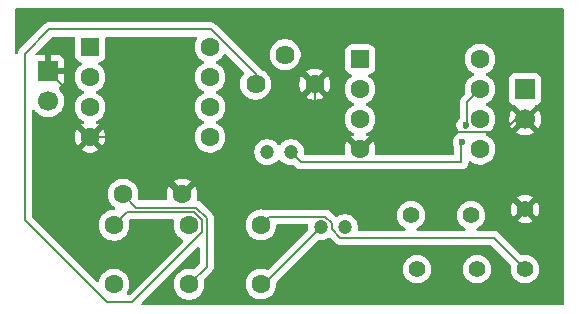
<source format=gbr>
%TF.GenerationSoftware,KiCad,Pcbnew,9.0.6*%
%TF.CreationDate,2025-12-16T12:18:39+05:30*%
%TF.ProjectId,Headphone Amplifier,48656164-7068-46f6-9e65-20416d706c69,rev?*%
%TF.SameCoordinates,Original*%
%TF.FileFunction,Copper,L1,Top*%
%TF.FilePolarity,Positive*%
%FSLAX46Y46*%
G04 Gerber Fmt 4.6, Leading zero omitted, Abs format (unit mm)*
G04 Created by KiCad (PCBNEW 9.0.6) date 2025-12-16 12:18:39*
%MOMM*%
%LPD*%
G01*
G04 APERTURE LIST*
G04 Aperture macros list*
%AMRoundRect*
0 Rectangle with rounded corners*
0 $1 Rounding radius*
0 $2 $3 $4 $5 $6 $7 $8 $9 X,Y pos of 4 corners*
0 Add a 4 corners polygon primitive as box body*
4,1,4,$2,$3,$4,$5,$6,$7,$8,$9,$2,$3,0*
0 Add four circle primitives for the rounded corners*
1,1,$1+$1,$2,$3*
1,1,$1+$1,$4,$5*
1,1,$1+$1,$6,$7*
1,1,$1+$1,$8,$9*
0 Add four rect primitives between the rounded corners*
20,1,$1+$1,$2,$3,$4,$5,0*
20,1,$1+$1,$4,$5,$6,$7,0*
20,1,$1+$1,$6,$7,$8,$9,0*
20,1,$1+$1,$8,$9,$2,$3,0*%
G04 Aperture macros list end*
%TA.AperFunction,ComponentPad*%
%ADD10C,1.600000*%
%TD*%
%TA.AperFunction,ComponentPad*%
%ADD11C,1.400000*%
%TD*%
%TA.AperFunction,ComponentPad*%
%ADD12C,1.200000*%
%TD*%
%TA.AperFunction,ComponentPad*%
%ADD13RoundRect,0.250000X-0.550000X-0.550000X0.550000X-0.550000X0.550000X0.550000X-0.550000X0.550000X0*%
%TD*%
%TA.AperFunction,ComponentPad*%
%ADD14R,1.700000X1.700000*%
%TD*%
%TA.AperFunction,ComponentPad*%
%ADD15C,1.700000*%
%TD*%
%TA.AperFunction,ComponentPad*%
%ADD16C,1.620000*%
%TD*%
%TA.AperFunction,ViaPad*%
%ADD17C,0.600000*%
%TD*%
%TA.AperFunction,Conductor*%
%ADD18C,0.200000*%
%TD*%
G04 APERTURE END LIST*
D10*
%TO.P,C2,1*%
%TO.N,Net-(C2-Pad1)*%
X150876000Y-64018000D03*
%TO.P,C2,2*%
%TO.N,Net-(C2-Pad2)*%
X150876000Y-59018000D03*
%TD*%
%TO.P,C1,1*%
%TO.N,Net-(C1-Pad1)*%
X151638000Y-56388000D03*
%TO.P,C1,2*%
%TO.N,GND*%
X156638000Y-56388000D03*
%TD*%
%TO.P,C3,1*%
%TO.N,Net-(C1-Pad1)*%
X157226000Y-64018000D03*
%TO.P,C3,2*%
%TO.N,Net-(U1A--)*%
X157226000Y-59018000D03*
%TD*%
D11*
%TO.P,R3,1*%
%TO.N,Net-(C4-Pad2)*%
X185674000Y-62738000D03*
%TO.P,R3,2*%
%TO.N,GND*%
X185674000Y-57658000D03*
%TD*%
D12*
%TO.P,C6,1*%
%TO.N,Net-(C4-Pad1)*%
X168402000Y-59182000D03*
%TO.P,C6,2*%
%TO.N,Net-(J2-Pin_1)*%
X170402000Y-59182000D03*
%TD*%
%TO.P,C5,1*%
%TO.N,Net-(U2--)*%
X163846000Y-52832000D03*
%TO.P,C5,2*%
%TO.N,Net-(U2-BYPASS)*%
X165846000Y-52832000D03*
%TD*%
D13*
%TO.P,U1,1*%
%TO.N,Net-(C2-Pad1)*%
X148844000Y-43942000D03*
D10*
%TO.P,U1,2,-*%
%TO.N,Net-(U1A--)*%
X148844000Y-46482000D03*
%TO.P,U1,3,+*%
%TO.N,Net-(U1A-+)*%
X148844000Y-49022000D03*
%TO.P,U1,4,V-*%
%TO.N,GND*%
X148844000Y-51562000D03*
%TO.P,U1,5*%
%TO.N,N/C*%
X159004000Y-51562000D03*
%TO.P,U1,6*%
X159004000Y-49022000D03*
%TO.P,U1,7*%
X159004000Y-46482000D03*
%TO.P,U1,8,V+*%
%TO.N,+12V*%
X159004000Y-43942000D03*
%TD*%
D11*
%TO.P,R2,1*%
%TO.N,Net-(C1-Pad1)*%
X181102000Y-58166000D03*
%TO.P,R2,2*%
%TO.N,Net-(U1A-+)*%
X176022000Y-58166000D03*
%TD*%
D14*
%TO.P,J1,1,Pin_1*%
%TO.N,GND*%
X145288000Y-45969000D03*
D15*
%TO.P,J1,2,Pin_2*%
%TO.N,Net-(J1-Pin_2)*%
X145288000Y-48509000D03*
%TD*%
D16*
%TO.P,RV1,1,1*%
%TO.N,Net-(C2-Pad2)*%
X162854000Y-47070000D03*
%TO.P,RV1,2,2*%
%TO.N,Net-(U2-+)*%
X165354000Y-44570000D03*
%TO.P,RV1,3,3*%
%TO.N,GND*%
X167854000Y-47070000D03*
%TD*%
D13*
%TO.P,U2,1,GAIN*%
%TO.N,unconnected-(U2-GAIN-Pad1)*%
X171704000Y-44958000D03*
D10*
%TO.P,U2,2,-*%
%TO.N,Net-(U2--)*%
X171704000Y-47498000D03*
%TO.P,U2,3,+*%
%TO.N,Net-(U2-+)*%
X171704000Y-50038000D03*
%TO.P,U2,4,GND*%
%TO.N,GND*%
X171704000Y-52578000D03*
%TO.P,U2,5*%
%TO.N,Net-(C4-Pad1)*%
X181864000Y-52578000D03*
%TO.P,U2,6,V+*%
%TO.N,+12V*%
X181864000Y-50038000D03*
%TO.P,U2,7,BYPASS*%
%TO.N,Net-(U2-BYPASS)*%
X181864000Y-47498000D03*
%TO.P,U2,8,GAIN*%
%TO.N,unconnected-(U2-GAIN-Pad8)*%
X181864000Y-44958000D03*
%TD*%
D14*
%TO.P,J2,1,Pin_1*%
%TO.N,Net-(J2-Pin_1)*%
X185674000Y-47498000D03*
D15*
%TO.P,J2,2,Pin_2*%
%TO.N,GND*%
X185674000Y-50038000D03*
%TD*%
D11*
%TO.P,R1,1*%
%TO.N,Net-(J1-Pin_2)*%
X181610000Y-62738000D03*
%TO.P,R1,2*%
%TO.N,Net-(C1-Pad1)*%
X176530000Y-62738000D03*
%TD*%
D10*
%TO.P,C4,1*%
%TO.N,Net-(C4-Pad1)*%
X163322000Y-63978000D03*
%TO.P,C4,2*%
%TO.N,Net-(C4-Pad2)*%
X163322000Y-58978000D03*
%TD*%
D17*
%TO.N,Net-(U2-BYPASS)*%
X180664415Y-50539001D03*
X180340000Y-51978000D03*
%TD*%
D18*
%TO.N,GND*%
X164131000Y-48895000D02*
X168021000Y-48895000D01*
X156638000Y-56388000D02*
X164131000Y-48895000D01*
X168021000Y-48895000D02*
X171704000Y-52578000D01*
X151812000Y-51562000D02*
X156638000Y-56388000D01*
X145288000Y-45969000D02*
X145288000Y-45974000D01*
X145288000Y-45969000D02*
X147240000Y-47921000D01*
X183806000Y-51139000D02*
X183893500Y-51051500D01*
X183893500Y-55877500D02*
X183893500Y-51051500D01*
X183893500Y-51051500D02*
X185674000Y-49271000D01*
X173143000Y-51139000D02*
X183806000Y-51139000D01*
X147240000Y-47921000D02*
X147240000Y-49958000D01*
X147240000Y-49958000D02*
X148844000Y-51562000D01*
X171704000Y-52578000D02*
X173143000Y-51139000D01*
X148844000Y-51562000D02*
X151812000Y-51562000D01*
X167854000Y-47070000D02*
X167854000Y-48728000D01*
X167854000Y-48728000D02*
X168021000Y-48895000D01*
X185674000Y-57658000D02*
X183893500Y-55877500D01*
%TO.N,Net-(C1-Pad1)*%
X158728000Y-58395850D02*
X157848150Y-57516000D01*
X157848150Y-57516000D02*
X152766000Y-57516000D01*
X157226000Y-64018000D02*
X158728000Y-62516000D01*
X152766000Y-57516000D02*
X151638000Y-56388000D01*
X158728000Y-62516000D02*
X158728000Y-58395850D01*
%TO.N,Net-(C2-Pad2)*%
X162854000Y-47070000D02*
X162854000Y-46234950D01*
X162854000Y-46234950D02*
X159059050Y-42440000D01*
X151977000Y-57917000D02*
X150876000Y-59018000D01*
X145380800Y-42440000D02*
X143335000Y-44485800D01*
X158327000Y-58561950D02*
X157682050Y-57917000D01*
X157682050Y-57917000D02*
X151977000Y-57917000D01*
X152422470Y-65520000D02*
X158327000Y-59615470D01*
X150253850Y-65520000D02*
X152422470Y-65520000D01*
X159059050Y-42440000D02*
X145380800Y-42440000D01*
X158327000Y-59615470D02*
X158327000Y-58561950D01*
X143335000Y-58601150D02*
X150253850Y-65520000D01*
X143335000Y-44485800D02*
X143335000Y-58601150D01*
%TO.N,Net-(C4-Pad1)*%
X163606000Y-63978000D02*
X163322000Y-63978000D01*
X168402000Y-59182000D02*
X163606000Y-63978000D01*
%TO.N,Net-(C4-Pad2)*%
X168775207Y-58281000D02*
X164019000Y-58281000D01*
X169303000Y-59357207D02*
X169303000Y-58808793D01*
X183019000Y-60083000D02*
X170028793Y-60083000D01*
X170028793Y-60083000D02*
X169303000Y-59357207D01*
X169303000Y-58808793D02*
X168775207Y-58281000D01*
X164019000Y-58281000D02*
X163322000Y-58978000D01*
X185674000Y-62738000D02*
X183019000Y-60083000D01*
%TO.N,Net-(U2-BYPASS)*%
X180594000Y-50738000D02*
X180594000Y-50609416D01*
X180340000Y-51978000D02*
X180279372Y-52038628D01*
X180594000Y-50609416D02*
X180664415Y-50539001D01*
X181864000Y-47498000D02*
X180763000Y-48599000D01*
X180763000Y-48599000D02*
X180763000Y-50631000D01*
X180656000Y-50738000D02*
X180594000Y-50738000D01*
X180763000Y-50631000D02*
X180656000Y-50738000D01*
X166693000Y-53679000D02*
X165846000Y-52832000D01*
X180279372Y-53679000D02*
X166693000Y-53679000D01*
X180279372Y-52038628D02*
X180279372Y-53679000D01*
%TD*%
%TA.AperFunction,Conductor*%
%TO.N,GND*%
G36*
X188926539Y-40652185D02*
G01*
X188972294Y-40704989D01*
X188983500Y-40756500D01*
X188983500Y-65669500D01*
X188963815Y-65736539D01*
X188911011Y-65782294D01*
X188859500Y-65793500D01*
X153297567Y-65793500D01*
X153230528Y-65773815D01*
X153184773Y-65721011D01*
X153174829Y-65651853D01*
X153203854Y-65588297D01*
X153209886Y-65581819D01*
X157915819Y-60875886D01*
X157977142Y-60842401D01*
X158046834Y-60847385D01*
X158102767Y-60889257D01*
X158127184Y-60954721D01*
X158127500Y-60963567D01*
X158127500Y-62215901D01*
X158107815Y-62282940D01*
X158091181Y-62303582D01*
X157670841Y-62723921D01*
X157609518Y-62757406D01*
X157544845Y-62754172D01*
X157530535Y-62749523D01*
X157429443Y-62733511D01*
X157328352Y-62717500D01*
X157123648Y-62717500D01*
X157099329Y-62721351D01*
X156921465Y-62749522D01*
X156726776Y-62812781D01*
X156544386Y-62905715D01*
X156378786Y-63026028D01*
X156234028Y-63170786D01*
X156113715Y-63336386D01*
X156020781Y-63518776D01*
X155957522Y-63713465D01*
X155925500Y-63915648D01*
X155925500Y-64120351D01*
X155957522Y-64322534D01*
X156020781Y-64517223D01*
X156084691Y-64642653D01*
X156093333Y-64659613D01*
X156113715Y-64699613D01*
X156234028Y-64865213D01*
X156378786Y-65009971D01*
X156489330Y-65090284D01*
X156544390Y-65130287D01*
X156648273Y-65183218D01*
X156726776Y-65223218D01*
X156726778Y-65223218D01*
X156726781Y-65223220D01*
X156798359Y-65246477D01*
X156921465Y-65286477D01*
X157022557Y-65302488D01*
X157123648Y-65318500D01*
X157123649Y-65318500D01*
X157328351Y-65318500D01*
X157328352Y-65318500D01*
X157530534Y-65286477D01*
X157725219Y-65223220D01*
X157907610Y-65130287D01*
X158000590Y-65062732D01*
X158073213Y-65009971D01*
X158073215Y-65009968D01*
X158073219Y-65009966D01*
X158217966Y-64865219D01*
X158217968Y-64865215D01*
X158217971Y-64865213D01*
X158270732Y-64792590D01*
X158338287Y-64699610D01*
X158431220Y-64517219D01*
X158494477Y-64322534D01*
X158526500Y-64120352D01*
X158526500Y-63915648D01*
X158494477Y-63713466D01*
X158489826Y-63699154D01*
X158487832Y-63629315D01*
X158520075Y-63573159D01*
X159208520Y-62884716D01*
X159287577Y-62747784D01*
X159328501Y-62595057D01*
X159328501Y-62436942D01*
X159328501Y-62429347D01*
X159328500Y-62429329D01*
X159328500Y-58875648D01*
X162021500Y-58875648D01*
X162021500Y-59080352D01*
X162021712Y-59081690D01*
X162053522Y-59282534D01*
X162116781Y-59477223D01*
X162209715Y-59659613D01*
X162330028Y-59825213D01*
X162474786Y-59969971D01*
X162621291Y-60076411D01*
X162640390Y-60090287D01*
X162756607Y-60149503D01*
X162822776Y-60183218D01*
X162822778Y-60183218D01*
X162822781Y-60183220D01*
X162927137Y-60217127D01*
X163017465Y-60246477D01*
X163102763Y-60259987D01*
X163219648Y-60278500D01*
X163219649Y-60278500D01*
X163424351Y-60278500D01*
X163424352Y-60278500D01*
X163626534Y-60246477D01*
X163821219Y-60183220D01*
X164003610Y-60090287D01*
X164097853Y-60021816D01*
X164169213Y-59969971D01*
X164169215Y-59969968D01*
X164169219Y-59969966D01*
X164313966Y-59825219D01*
X164313968Y-59825215D01*
X164313971Y-59825213D01*
X164405223Y-59699613D01*
X164434287Y-59659610D01*
X164527220Y-59477219D01*
X164590477Y-59282534D01*
X164622500Y-59080352D01*
X164622500Y-59005500D01*
X164642185Y-58938461D01*
X164694989Y-58892706D01*
X164746500Y-58881500D01*
X167190192Y-58881500D01*
X167257231Y-58901185D01*
X167302986Y-58953989D01*
X167312930Y-59023147D01*
X167312665Y-59024898D01*
X167301500Y-59095389D01*
X167301500Y-59268616D01*
X167314128Y-59348349D01*
X167305173Y-59417642D01*
X167279336Y-59455427D01*
X163978174Y-62756589D01*
X163916851Y-62790074D01*
X163847159Y-62785090D01*
X163834198Y-62779393D01*
X163821223Y-62772781D01*
X163626534Y-62709522D01*
X163451995Y-62681878D01*
X163424352Y-62677500D01*
X163219648Y-62677500D01*
X163195329Y-62681351D01*
X163017465Y-62709522D01*
X162822776Y-62772781D01*
X162640386Y-62865715D01*
X162474786Y-62986028D01*
X162330028Y-63130786D01*
X162209715Y-63296386D01*
X162116781Y-63478776D01*
X162053522Y-63673465D01*
X162021500Y-63875648D01*
X162021500Y-64080351D01*
X162053522Y-64282534D01*
X162116781Y-64477223D01*
X162209715Y-64659613D01*
X162330028Y-64825213D01*
X162474786Y-64969971D01*
X162629749Y-65082556D01*
X162640390Y-65090287D01*
X162756607Y-65149503D01*
X162822776Y-65183218D01*
X162822778Y-65183218D01*
X162822781Y-65183220D01*
X162927137Y-65217127D01*
X163017465Y-65246477D01*
X163118557Y-65262488D01*
X163219648Y-65278500D01*
X163219649Y-65278500D01*
X163424351Y-65278500D01*
X163424352Y-65278500D01*
X163626534Y-65246477D01*
X163821219Y-65183220D01*
X164003610Y-65090287D01*
X164096590Y-65022732D01*
X164169213Y-64969971D01*
X164169215Y-64969968D01*
X164169219Y-64969966D01*
X164313966Y-64825219D01*
X164313968Y-64825215D01*
X164313971Y-64825213D01*
X164405224Y-64699612D01*
X164434287Y-64659610D01*
X164527220Y-64477219D01*
X164590477Y-64282534D01*
X164622500Y-64080352D01*
X164622500Y-63875648D01*
X164622499Y-63875643D01*
X164622249Y-63872468D01*
X164622500Y-63871272D01*
X164622500Y-63870776D01*
X164622604Y-63870776D01*
X164636607Y-63804090D01*
X164658182Y-63775051D01*
X165789720Y-62643513D01*
X175329500Y-62643513D01*
X175329500Y-62832486D01*
X175359059Y-63019118D01*
X175417454Y-63198836D01*
X175467159Y-63296386D01*
X175503240Y-63367199D01*
X175614310Y-63520073D01*
X175747927Y-63653690D01*
X175900801Y-63764760D01*
X175977991Y-63804090D01*
X176069163Y-63850545D01*
X176069165Y-63850545D01*
X176069168Y-63850547D01*
X176146436Y-63875653D01*
X176248881Y-63908940D01*
X176435514Y-63938500D01*
X176435519Y-63938500D01*
X176624486Y-63938500D01*
X176811118Y-63908940D01*
X176990832Y-63850547D01*
X177159199Y-63764760D01*
X177312073Y-63653690D01*
X177445690Y-63520073D01*
X177556760Y-63367199D01*
X177642547Y-63198832D01*
X177700940Y-63019118D01*
X177706181Y-62986028D01*
X177730500Y-62832486D01*
X177730500Y-62643513D01*
X180409500Y-62643513D01*
X180409500Y-62832486D01*
X180439059Y-63019118D01*
X180497454Y-63198836D01*
X180547159Y-63296386D01*
X180583240Y-63367199D01*
X180694310Y-63520073D01*
X180827927Y-63653690D01*
X180980801Y-63764760D01*
X181057991Y-63804090D01*
X181149163Y-63850545D01*
X181149165Y-63850545D01*
X181149168Y-63850547D01*
X181226436Y-63875653D01*
X181328881Y-63908940D01*
X181515514Y-63938500D01*
X181515519Y-63938500D01*
X181704486Y-63938500D01*
X181891118Y-63908940D01*
X182070832Y-63850547D01*
X182239199Y-63764760D01*
X182392073Y-63653690D01*
X182525690Y-63520073D01*
X182636760Y-63367199D01*
X182722547Y-63198832D01*
X182780940Y-63019118D01*
X182786181Y-62986028D01*
X182810500Y-62832486D01*
X182810500Y-62643513D01*
X182780940Y-62456881D01*
X182722545Y-62277163D01*
X182636759Y-62108800D01*
X182525690Y-61955927D01*
X182392073Y-61822310D01*
X182239199Y-61711240D01*
X182070836Y-61625454D01*
X181891118Y-61567059D01*
X181704486Y-61537500D01*
X181704481Y-61537500D01*
X181515519Y-61537500D01*
X181515514Y-61537500D01*
X181328881Y-61567059D01*
X181149163Y-61625454D01*
X180980800Y-61711240D01*
X180893579Y-61774610D01*
X180827927Y-61822310D01*
X180827925Y-61822312D01*
X180827924Y-61822312D01*
X180694312Y-61955924D01*
X180694312Y-61955925D01*
X180694310Y-61955927D01*
X180646610Y-62021579D01*
X180583240Y-62108800D01*
X180497454Y-62277163D01*
X180439059Y-62456881D01*
X180409500Y-62643513D01*
X177730500Y-62643513D01*
X177700940Y-62456881D01*
X177642545Y-62277163D01*
X177556759Y-62108800D01*
X177445690Y-61955927D01*
X177312073Y-61822310D01*
X177159199Y-61711240D01*
X176990836Y-61625454D01*
X176811118Y-61567059D01*
X176624486Y-61537500D01*
X176624481Y-61537500D01*
X176435519Y-61537500D01*
X176435514Y-61537500D01*
X176248881Y-61567059D01*
X176069163Y-61625454D01*
X175900800Y-61711240D01*
X175813579Y-61774610D01*
X175747927Y-61822310D01*
X175747925Y-61822312D01*
X175747924Y-61822312D01*
X175614312Y-61955924D01*
X175614312Y-61955925D01*
X175614310Y-61955927D01*
X175566610Y-62021579D01*
X175503240Y-62108800D01*
X175417454Y-62277163D01*
X175359059Y-62456881D01*
X175329500Y-62643513D01*
X165789720Y-62643513D01*
X168128573Y-60304660D01*
X168189894Y-60271177D01*
X168235646Y-60269870D01*
X168288715Y-60278275D01*
X168315386Y-60282500D01*
X168315389Y-60282500D01*
X168488610Y-60282500D01*
X168488611Y-60282500D01*
X168659701Y-60255402D01*
X168824445Y-60201873D01*
X168978788Y-60123232D01*
X169032694Y-60084067D01*
X169098500Y-60060586D01*
X169166554Y-60076411D01*
X169193261Y-60096703D01*
X169543932Y-60447374D01*
X169543942Y-60447385D01*
X169548272Y-60451715D01*
X169548273Y-60451716D01*
X169660077Y-60563520D01*
X169746888Y-60613639D01*
X169746890Y-60613641D01*
X169797006Y-60642576D01*
X169797008Y-60642577D01*
X169949735Y-60683500D01*
X169949736Y-60683500D01*
X182718903Y-60683500D01*
X182785942Y-60703185D01*
X182806584Y-60719819D01*
X184463933Y-62377168D01*
X184497418Y-62438491D01*
X184498725Y-62484247D01*
X184473500Y-62643513D01*
X184473500Y-62832486D01*
X184503059Y-63019118D01*
X184561454Y-63198836D01*
X184611159Y-63296386D01*
X184647240Y-63367199D01*
X184758310Y-63520073D01*
X184891927Y-63653690D01*
X185044801Y-63764760D01*
X185121991Y-63804090D01*
X185213163Y-63850545D01*
X185213165Y-63850545D01*
X185213168Y-63850547D01*
X185290436Y-63875653D01*
X185392881Y-63908940D01*
X185579514Y-63938500D01*
X185579519Y-63938500D01*
X185768486Y-63938500D01*
X185955118Y-63908940D01*
X186134832Y-63850547D01*
X186303199Y-63764760D01*
X186456073Y-63653690D01*
X186589690Y-63520073D01*
X186700760Y-63367199D01*
X186786547Y-63198832D01*
X186844940Y-63019118D01*
X186850181Y-62986028D01*
X186874500Y-62832486D01*
X186874500Y-62643513D01*
X186844940Y-62456881D01*
X186786545Y-62277163D01*
X186700759Y-62108800D01*
X186589690Y-61955927D01*
X186456073Y-61822310D01*
X186303199Y-61711240D01*
X186134836Y-61625454D01*
X185955118Y-61567059D01*
X185768486Y-61537500D01*
X185768481Y-61537500D01*
X185579519Y-61537500D01*
X185579514Y-61537500D01*
X185420247Y-61562725D01*
X185350953Y-61553770D01*
X185313168Y-61527933D01*
X183506590Y-59721355D01*
X183506588Y-59721352D01*
X183387717Y-59602481D01*
X183387712Y-59602477D01*
X183273284Y-59536413D01*
X183250785Y-59523423D01*
X183098057Y-59482499D01*
X182939943Y-59482499D01*
X182932347Y-59482499D01*
X182932331Y-59482500D01*
X181679050Y-59482500D01*
X181612011Y-59462815D01*
X181566256Y-59410011D01*
X181556312Y-59340853D01*
X181585337Y-59277297D01*
X181622755Y-59248015D01*
X181640597Y-59238923D01*
X181731199Y-59192760D01*
X181884073Y-59081690D01*
X182017690Y-58948073D01*
X182128760Y-58795199D01*
X182194650Y-58665882D01*
X185019669Y-58665882D01*
X185019670Y-58665883D01*
X185045059Y-58684329D01*
X185213362Y-58770085D01*
X185392997Y-58828451D01*
X185579553Y-58858000D01*
X185768447Y-58858000D01*
X185955002Y-58828451D01*
X186134637Y-58770085D01*
X186302937Y-58684331D01*
X186328328Y-58665883D01*
X186328328Y-58665882D01*
X185674001Y-58011554D01*
X185674000Y-58011554D01*
X185019669Y-58665882D01*
X182194650Y-58665882D01*
X182214547Y-58626832D01*
X182229663Y-58580311D01*
X182229665Y-58580304D01*
X182272940Y-58447118D01*
X182302500Y-58260486D01*
X182302500Y-58071513D01*
X182272940Y-57884881D01*
X182236516Y-57772781D01*
X182214547Y-57705168D01*
X182214545Y-57705165D01*
X182214544Y-57705160D01*
X182168596Y-57614982D01*
X182168595Y-57614981D01*
X182142390Y-57563552D01*
X184474000Y-57563552D01*
X184474000Y-57752447D01*
X184503548Y-57939002D01*
X184561914Y-58118637D01*
X184647666Y-58286933D01*
X184666116Y-58312328D01*
X185320446Y-57658000D01*
X185320446Y-57657999D01*
X185274369Y-57611922D01*
X185324000Y-57611922D01*
X185324000Y-57704078D01*
X185347852Y-57793095D01*
X185393930Y-57872905D01*
X185459095Y-57938070D01*
X185538905Y-57984148D01*
X185627922Y-58008000D01*
X185720078Y-58008000D01*
X185809095Y-57984148D01*
X185888905Y-57938070D01*
X185954070Y-57872905D01*
X186000148Y-57793095D01*
X186024000Y-57704078D01*
X186024000Y-57657999D01*
X186027554Y-57657999D01*
X186027554Y-57658000D01*
X186681882Y-58312328D01*
X186681883Y-58312328D01*
X186700331Y-58286937D01*
X186786085Y-58118637D01*
X186844451Y-57939002D01*
X186874000Y-57752447D01*
X186874000Y-57563552D01*
X186844451Y-57376997D01*
X186786085Y-57197362D01*
X186700329Y-57029059D01*
X186681883Y-57003670D01*
X186681882Y-57003669D01*
X186027554Y-57657999D01*
X186024000Y-57657999D01*
X186024000Y-57611922D01*
X186000148Y-57522905D01*
X185954070Y-57443095D01*
X185888905Y-57377930D01*
X185809095Y-57331852D01*
X185720078Y-57308000D01*
X185627922Y-57308000D01*
X185538905Y-57331852D01*
X185459095Y-57377930D01*
X185393930Y-57443095D01*
X185347852Y-57522905D01*
X185324000Y-57611922D01*
X185274369Y-57611922D01*
X184666116Y-57003669D01*
X184666116Y-57003670D01*
X184647669Y-57029060D01*
X184561914Y-57197362D01*
X184503548Y-57376997D01*
X184474000Y-57563552D01*
X182142390Y-57563552D01*
X182128760Y-57536801D01*
X182017690Y-57383927D01*
X181884073Y-57250310D01*
X181731199Y-57139240D01*
X181562836Y-57053454D01*
X181383118Y-56995059D01*
X181196486Y-56965500D01*
X181196481Y-56965500D01*
X181007519Y-56965500D01*
X181007514Y-56965500D01*
X180820881Y-56995059D01*
X180641163Y-57053454D01*
X180472800Y-57139240D01*
X180392803Y-57197362D01*
X180319927Y-57250310D01*
X180319925Y-57250312D01*
X180319924Y-57250312D01*
X180186312Y-57383924D01*
X180186312Y-57383925D01*
X180186310Y-57383927D01*
X180143322Y-57443095D01*
X180075240Y-57536800D01*
X179989454Y-57705163D01*
X179931059Y-57884881D01*
X179901500Y-58071513D01*
X179901500Y-58260486D01*
X179931059Y-58447118D01*
X179989454Y-58626836D01*
X180062444Y-58770085D01*
X180075240Y-58795199D01*
X180186310Y-58948073D01*
X180319927Y-59081690D01*
X180472801Y-59192760D01*
X180550177Y-59232184D01*
X180581245Y-59248015D01*
X180632041Y-59295990D01*
X180648836Y-59363811D01*
X180626299Y-59429946D01*
X180571583Y-59473397D01*
X180524950Y-59482500D01*
X176599050Y-59482500D01*
X176532011Y-59462815D01*
X176486256Y-59410011D01*
X176476312Y-59340853D01*
X176505337Y-59277297D01*
X176542755Y-59248015D01*
X176560597Y-59238923D01*
X176651199Y-59192760D01*
X176804073Y-59081690D01*
X176937690Y-58948073D01*
X177048760Y-58795199D01*
X177133280Y-58629318D01*
X177134545Y-58626836D01*
X177134545Y-58626835D01*
X177134547Y-58626832D01*
X177192940Y-58447118D01*
X177202187Y-58388733D01*
X177222500Y-58260486D01*
X177222500Y-58071513D01*
X177192940Y-57884881D01*
X177148959Y-57749523D01*
X177134547Y-57705168D01*
X177134545Y-57705165D01*
X177134545Y-57705163D01*
X177062390Y-57563552D01*
X177048760Y-57536801D01*
X176937690Y-57383927D01*
X176804073Y-57250310D01*
X176651199Y-57139240D01*
X176482836Y-57053454D01*
X176303118Y-56995059D01*
X176116486Y-56965500D01*
X176116481Y-56965500D01*
X175927519Y-56965500D01*
X175927514Y-56965500D01*
X175740881Y-56995059D01*
X175561163Y-57053454D01*
X175392800Y-57139240D01*
X175312803Y-57197362D01*
X175239927Y-57250310D01*
X175239925Y-57250312D01*
X175239924Y-57250312D01*
X175106312Y-57383924D01*
X175106312Y-57383925D01*
X175106310Y-57383927D01*
X175063322Y-57443095D01*
X174995240Y-57536800D01*
X174909454Y-57705163D01*
X174851059Y-57884881D01*
X174821500Y-58071513D01*
X174821500Y-58260486D01*
X174851059Y-58447118D01*
X174909454Y-58626836D01*
X174982444Y-58770085D01*
X174995240Y-58795199D01*
X175106310Y-58948073D01*
X175239927Y-59081690D01*
X175392801Y-59192760D01*
X175470177Y-59232184D01*
X175501245Y-59248015D01*
X175552041Y-59295990D01*
X175568836Y-59363811D01*
X175546299Y-59429946D01*
X175491583Y-59473397D01*
X175444950Y-59482500D01*
X171613808Y-59482500D01*
X171546769Y-59462815D01*
X171501014Y-59410011D01*
X171491070Y-59340853D01*
X171491335Y-59339102D01*
X171491678Y-59336940D01*
X171502500Y-59268611D01*
X171502500Y-59095389D01*
X171475402Y-58924299D01*
X171421873Y-58759555D01*
X171343232Y-58605212D01*
X171241414Y-58465072D01*
X171118928Y-58342586D01*
X170978788Y-58240768D01*
X170824445Y-58162127D01*
X170659701Y-58108598D01*
X170659699Y-58108597D01*
X170659698Y-58108597D01*
X170528271Y-58087781D01*
X170488611Y-58081500D01*
X170315389Y-58081500D01*
X170275728Y-58087781D01*
X170144302Y-58108597D01*
X169979552Y-58162128D01*
X169825210Y-58240769D01*
X169825209Y-58240769D01*
X169771304Y-58279934D01*
X169705497Y-58303413D01*
X169637443Y-58287587D01*
X169610738Y-58267296D01*
X169262797Y-57919355D01*
X169262795Y-57919352D01*
X169143924Y-57800481D01*
X169143923Y-57800480D01*
X169052650Y-57747784D01*
X169006992Y-57721423D01*
X168854264Y-57680499D01*
X168696150Y-57680499D01*
X168688554Y-57680499D01*
X168688538Y-57680500D01*
X164105669Y-57680500D01*
X164105653Y-57680499D01*
X164098057Y-57680499D01*
X163939943Y-57680499D01*
X163831626Y-57709523D01*
X163787207Y-57721425D01*
X163779702Y-57724534D01*
X163778822Y-57722410D01*
X163722442Y-57736083D01*
X163690034Y-57730155D01*
X163626535Y-57709523D01*
X163525443Y-57693511D01*
X163424352Y-57677500D01*
X163219648Y-57677500D01*
X163200707Y-57680500D01*
X163017465Y-57709522D01*
X162822776Y-57772781D01*
X162640386Y-57865715D01*
X162474786Y-57986028D01*
X162330028Y-58130786D01*
X162209715Y-58296386D01*
X162116781Y-58478776D01*
X162053522Y-58673465D01*
X162028264Y-58832940D01*
X162021500Y-58875648D01*
X159328500Y-58875648D01*
X159328500Y-58484910D01*
X159328501Y-58484897D01*
X159328501Y-58316795D01*
X159328501Y-58316793D01*
X159287577Y-58164065D01*
X159208520Y-58027134D01*
X158335739Y-57154354D01*
X158335738Y-57154352D01*
X158216867Y-57035481D01*
X158216866Y-57035480D01*
X158194655Y-57022656D01*
X158139110Y-56990588D01*
X158139108Y-56990587D01*
X158130054Y-56985360D01*
X158079935Y-56956423D01*
X157961621Y-56924720D01*
X157956177Y-56922700D01*
X157932641Y-56905141D01*
X157907565Y-56889856D01*
X157904957Y-56884487D01*
X157900175Y-56880920D01*
X157889868Y-56853424D01*
X157877037Y-56827009D01*
X157877519Y-56820480D01*
X157875651Y-56815496D01*
X157879053Y-56799728D01*
X157881390Y-56768127D01*
X157905987Y-56692427D01*
X157908276Y-56677978D01*
X157908277Y-56677975D01*
X157912690Y-56650116D01*
X185019669Y-56650116D01*
X185674000Y-57304446D01*
X185674001Y-57304446D01*
X186328328Y-56650116D01*
X186302933Y-56631666D01*
X186134637Y-56545914D01*
X185955002Y-56487548D01*
X185768447Y-56458000D01*
X185579553Y-56458000D01*
X185392997Y-56487548D01*
X185213362Y-56545914D01*
X185045060Y-56631669D01*
X185019670Y-56650116D01*
X185019669Y-56650116D01*
X157912690Y-56650116D01*
X157938000Y-56490317D01*
X157938000Y-56285682D01*
X157905990Y-56083582D01*
X157842755Y-55888968D01*
X157749859Y-55706650D01*
X157717474Y-55662077D01*
X157717474Y-55662076D01*
X157038000Y-56341551D01*
X157038000Y-56335339D01*
X157010741Y-56233606D01*
X156958080Y-56142394D01*
X156883606Y-56067920D01*
X156792394Y-56015259D01*
X156690661Y-55988000D01*
X156684446Y-55988000D01*
X157363922Y-55308524D01*
X157363921Y-55308523D01*
X157319359Y-55276147D01*
X157319350Y-55276141D01*
X157137031Y-55183244D01*
X156942417Y-55120009D01*
X156740317Y-55088000D01*
X156535683Y-55088000D01*
X156333582Y-55120009D01*
X156138968Y-55183244D01*
X155956644Y-55276143D01*
X155912077Y-55308523D01*
X155912077Y-55308524D01*
X156591554Y-55988000D01*
X156585339Y-55988000D01*
X156483606Y-56015259D01*
X156392394Y-56067920D01*
X156317920Y-56142394D01*
X156265259Y-56233606D01*
X156238000Y-56335339D01*
X156238000Y-56341553D01*
X155558524Y-55662077D01*
X155558523Y-55662077D01*
X155526143Y-55706644D01*
X155433244Y-55888968D01*
X155370009Y-56083582D01*
X155338000Y-56285682D01*
X155338000Y-56490317D01*
X155370009Y-56692415D01*
X155389754Y-56753180D01*
X155391750Y-56823022D01*
X155355670Y-56882855D01*
X155292969Y-56913684D01*
X155271823Y-56915500D01*
X153066097Y-56915500D01*
X153036656Y-56906855D01*
X153006670Y-56900332D01*
X153001654Y-56896577D01*
X152999058Y-56895815D01*
X152978416Y-56879181D01*
X152932077Y-56832842D01*
X152898592Y-56771519D01*
X152901828Y-56706841D01*
X152906477Y-56692534D01*
X152938500Y-56490352D01*
X152938500Y-56285648D01*
X152930257Y-56233606D01*
X152906477Y-56083465D01*
X152875458Y-55988000D01*
X152843220Y-55888781D01*
X152843218Y-55888778D01*
X152843218Y-55888776D01*
X152750419Y-55706650D01*
X152750287Y-55706390D01*
X152718092Y-55662077D01*
X152629971Y-55540786D01*
X152485213Y-55396028D01*
X152319613Y-55275715D01*
X152319612Y-55275714D01*
X152319610Y-55275713D01*
X152262653Y-55246691D01*
X152137223Y-55182781D01*
X151942534Y-55119522D01*
X151767995Y-55091878D01*
X151740352Y-55087500D01*
X151535648Y-55087500D01*
X151511329Y-55091351D01*
X151333465Y-55119522D01*
X151138776Y-55182781D01*
X150956386Y-55275715D01*
X150790786Y-55396028D01*
X150646028Y-55540786D01*
X150525715Y-55706386D01*
X150432781Y-55888776D01*
X150369522Y-56083465D01*
X150337500Y-56285648D01*
X150337500Y-56490352D01*
X150340704Y-56510580D01*
X150369522Y-56692534D01*
X150432781Y-56887223D01*
X150468041Y-56956423D01*
X150508323Y-57035481D01*
X150525715Y-57069613D01*
X150646028Y-57235213D01*
X150646034Y-57235219D01*
X150790781Y-57379966D01*
X150946610Y-57493182D01*
X150989276Y-57548511D01*
X150995255Y-57618125D01*
X150962650Y-57679920D01*
X150901811Y-57714277D01*
X150873725Y-57717500D01*
X150773648Y-57717500D01*
X150749329Y-57721351D01*
X150571465Y-57749522D01*
X150376776Y-57812781D01*
X150194386Y-57905715D01*
X150028786Y-58026028D01*
X149884028Y-58170786D01*
X149763715Y-58336386D01*
X149670781Y-58518776D01*
X149607522Y-58713465D01*
X149575500Y-58915648D01*
X149575500Y-59120351D01*
X149607522Y-59322534D01*
X149670781Y-59517223D01*
X149714223Y-59602481D01*
X149743333Y-59659613D01*
X149763715Y-59699613D01*
X149884028Y-59865213D01*
X150028786Y-60009971D01*
X150139330Y-60090284D01*
X150194390Y-60130287D01*
X150298273Y-60183218D01*
X150376776Y-60223218D01*
X150376778Y-60223218D01*
X150376781Y-60223220D01*
X150448359Y-60246477D01*
X150571465Y-60286477D01*
X150672557Y-60302488D01*
X150773648Y-60318500D01*
X150773649Y-60318500D01*
X150978351Y-60318500D01*
X150978352Y-60318500D01*
X151180534Y-60286477D01*
X151375219Y-60223220D01*
X151557610Y-60130287D01*
X151706909Y-60021816D01*
X151723213Y-60009971D01*
X151723215Y-60009968D01*
X151723219Y-60009966D01*
X151867966Y-59865219D01*
X151867968Y-59865215D01*
X151867971Y-59865213D01*
X151972488Y-59721355D01*
X151988287Y-59699610D01*
X152081220Y-59517219D01*
X152144477Y-59322534D01*
X152176500Y-59120352D01*
X152176500Y-58915648D01*
X152144477Y-58713466D01*
X152139827Y-58699157D01*
X152139392Y-58683943D01*
X152134074Y-58669682D01*
X152138414Y-58649729D01*
X152137831Y-58629318D01*
X152145920Y-58615229D01*
X152148927Y-58601409D01*
X152170079Y-58573155D01*
X152177631Y-58565604D01*
X152189419Y-58553816D01*
X152250743Y-58520333D01*
X152277098Y-58517500D01*
X155850524Y-58517500D01*
X155917563Y-58537185D01*
X155963318Y-58589989D01*
X155973262Y-58659147D01*
X155968455Y-58679817D01*
X155957524Y-58713457D01*
X155957523Y-58713464D01*
X155925500Y-58915648D01*
X155925500Y-59120351D01*
X155957522Y-59322534D01*
X156020781Y-59517223D01*
X156064223Y-59602481D01*
X156093333Y-59659613D01*
X156113715Y-59699613D01*
X156234028Y-59865213D01*
X156378786Y-60009971D01*
X156544388Y-60130286D01*
X156669597Y-60194083D01*
X156720394Y-60242057D01*
X156737189Y-60309878D01*
X156714652Y-60376013D01*
X156700984Y-60392249D01*
X152210054Y-64883181D01*
X152183126Y-64897884D01*
X152157308Y-64914477D01*
X152151107Y-64915368D01*
X152148731Y-64916666D01*
X152122373Y-64919500D01*
X152071892Y-64919500D01*
X152004853Y-64899815D01*
X151959098Y-64847011D01*
X151949154Y-64777853D01*
X151971573Y-64722616D01*
X151980960Y-64709693D01*
X151988287Y-64699610D01*
X152081220Y-64517219D01*
X152144477Y-64322534D01*
X152176500Y-64120352D01*
X152176500Y-63915648D01*
X152166189Y-63850545D01*
X152144477Y-63713465D01*
X152081640Y-63520074D01*
X152081220Y-63518781D01*
X152081218Y-63518778D01*
X152081218Y-63518776D01*
X152047503Y-63452607D01*
X151988287Y-63336390D01*
X151959223Y-63296386D01*
X151867971Y-63170786D01*
X151723213Y-63026028D01*
X151557613Y-62905715D01*
X151557612Y-62905714D01*
X151557610Y-62905713D01*
X151479106Y-62865713D01*
X151375223Y-62812781D01*
X151180534Y-62749522D01*
X151005995Y-62721878D01*
X150978352Y-62717500D01*
X150773648Y-62717500D01*
X150749329Y-62721351D01*
X150571465Y-62749522D01*
X150376776Y-62812781D01*
X150194386Y-62905715D01*
X150028786Y-63026028D01*
X149884028Y-63170786D01*
X149763715Y-63336386D01*
X149670781Y-63518776D01*
X149607523Y-63713463D01*
X149603074Y-63741553D01*
X149573143Y-63804687D01*
X149513831Y-63841617D01*
X149443969Y-63840618D01*
X149392920Y-63809834D01*
X143971819Y-58388733D01*
X143938334Y-58327410D01*
X143935500Y-58301052D01*
X143935500Y-49326684D01*
X143955185Y-49259645D01*
X144007989Y-49213890D01*
X144077147Y-49203946D01*
X144140703Y-49232971D01*
X144159816Y-49253796D01*
X144215508Y-49330449D01*
X144257896Y-49388792D01*
X144408213Y-49539109D01*
X144580179Y-49664048D01*
X144580181Y-49664049D01*
X144580184Y-49664051D01*
X144769588Y-49760557D01*
X144971757Y-49826246D01*
X145181713Y-49859500D01*
X145181714Y-49859500D01*
X145394286Y-49859500D01*
X145394287Y-49859500D01*
X145604243Y-49826246D01*
X145806412Y-49760557D01*
X145995816Y-49664051D01*
X146031809Y-49637901D01*
X146167786Y-49539109D01*
X146167788Y-49539106D01*
X146167792Y-49539104D01*
X146318104Y-49388792D01*
X146318106Y-49388788D01*
X146318109Y-49388786D01*
X146443048Y-49216820D01*
X146443047Y-49216820D01*
X146443051Y-49216816D01*
X146539557Y-49027412D01*
X146605246Y-48825243D01*
X146638500Y-48615287D01*
X146638500Y-48402713D01*
X146605246Y-48192757D01*
X146539557Y-47990588D01*
X146443051Y-47801184D01*
X146443049Y-47801181D01*
X146443048Y-47801179D01*
X146318109Y-47629213D01*
X146204181Y-47515285D01*
X146170696Y-47453962D01*
X146175680Y-47384270D01*
X146217552Y-47328337D01*
X146248529Y-47311422D01*
X146380086Y-47262354D01*
X146380093Y-47262350D01*
X146495187Y-47176190D01*
X146495190Y-47176187D01*
X146581350Y-47061093D01*
X146581354Y-47061086D01*
X146631596Y-46926379D01*
X146631598Y-46926372D01*
X146637999Y-46866844D01*
X146638000Y-46866827D01*
X146638000Y-46219000D01*
X145721012Y-46219000D01*
X145753925Y-46161993D01*
X145788000Y-46034826D01*
X145788000Y-45903174D01*
X145753925Y-45776007D01*
X145721012Y-45719000D01*
X146638000Y-45719000D01*
X146638000Y-45071172D01*
X146637999Y-45071155D01*
X146631598Y-45011627D01*
X146631596Y-45011620D01*
X146581354Y-44876913D01*
X146581350Y-44876906D01*
X146495190Y-44761812D01*
X146495187Y-44761809D01*
X146380093Y-44675649D01*
X146380086Y-44675645D01*
X146245379Y-44625403D01*
X146245372Y-44625401D01*
X146185844Y-44619000D01*
X145538000Y-44619000D01*
X145538000Y-45535988D01*
X145480993Y-45503075D01*
X145353826Y-45469000D01*
X145222174Y-45469000D01*
X145095007Y-45503075D01*
X145038000Y-45535988D01*
X145038000Y-44619000D01*
X144390169Y-44619000D01*
X144359660Y-44622280D01*
X144290901Y-44609873D01*
X144239764Y-44562263D01*
X144222485Y-44494563D01*
X144244550Y-44428269D01*
X144258719Y-44411315D01*
X145593216Y-43076819D01*
X145654539Y-43043334D01*
X145680897Y-43040500D01*
X147448125Y-43040500D01*
X147515164Y-43060185D01*
X147560919Y-43112989D01*
X147570863Y-43182147D01*
X147565832Y-43203498D01*
X147560764Y-43218791D01*
X147554000Y-43239204D01*
X147543500Y-43341983D01*
X147543500Y-44542001D01*
X147543501Y-44542018D01*
X147554000Y-44644796D01*
X147554001Y-44644799D01*
X147564224Y-44675649D01*
X147609186Y-44811334D01*
X147701288Y-44960656D01*
X147825344Y-45084712D01*
X147974666Y-45176814D01*
X148056570Y-45203954D01*
X148114015Y-45243727D01*
X148140838Y-45308243D01*
X148128523Y-45377018D01*
X148090451Y-45421978D01*
X147996787Y-45490028D01*
X147996782Y-45490032D01*
X147852028Y-45634786D01*
X147731715Y-45800386D01*
X147638781Y-45982776D01*
X147575522Y-46177465D01*
X147543500Y-46379648D01*
X147543500Y-46584351D01*
X147575522Y-46786534D01*
X147638781Y-46981223D01*
X147702691Y-47106653D01*
X147729109Y-47158500D01*
X147731715Y-47163613D01*
X147852028Y-47329213D01*
X147996786Y-47473971D01*
X148132909Y-47572868D01*
X148162390Y-47594287D01*
X148230940Y-47629215D01*
X148255080Y-47641515D01*
X148305876Y-47689490D01*
X148322671Y-47757311D01*
X148300134Y-47823446D01*
X148255080Y-47862485D01*
X148162386Y-47909715D01*
X147996786Y-48030028D01*
X147852028Y-48174786D01*
X147731715Y-48340386D01*
X147638781Y-48522776D01*
X147575522Y-48717465D01*
X147543500Y-48919648D01*
X147543500Y-49124351D01*
X147575522Y-49326534D01*
X147638781Y-49521223D01*
X147702691Y-49646653D01*
X147721948Y-49684446D01*
X147731715Y-49703613D01*
X147852028Y-49869213D01*
X147996786Y-50013971D01*
X148162385Y-50134284D01*
X148162387Y-50134285D01*
X148162390Y-50134287D01*
X148255080Y-50181515D01*
X148255630Y-50181795D01*
X148306426Y-50229770D01*
X148323221Y-50297591D01*
X148300684Y-50363725D01*
X148255630Y-50402765D01*
X148162644Y-50450143D01*
X148118077Y-50482523D01*
X148118077Y-50482524D01*
X148797554Y-51162000D01*
X148791339Y-51162000D01*
X148689606Y-51189259D01*
X148598394Y-51241920D01*
X148523920Y-51316394D01*
X148471259Y-51407606D01*
X148444000Y-51509339D01*
X148444000Y-51515553D01*
X147764524Y-50836077D01*
X147764523Y-50836077D01*
X147732143Y-50880644D01*
X147639244Y-51062968D01*
X147576009Y-51257582D01*
X147544000Y-51459682D01*
X147544000Y-51664317D01*
X147576009Y-51866417D01*
X147639244Y-52061031D01*
X147732141Y-52243350D01*
X147732147Y-52243359D01*
X147764523Y-52287921D01*
X147764524Y-52287922D01*
X148444000Y-51608446D01*
X148444000Y-51614661D01*
X148471259Y-51716394D01*
X148523920Y-51807606D01*
X148598394Y-51882080D01*
X148689606Y-51934741D01*
X148791339Y-51962000D01*
X148797553Y-51962000D01*
X148118076Y-52641474D01*
X148162650Y-52673859D01*
X148344968Y-52766755D01*
X148539582Y-52829990D01*
X148741683Y-52862000D01*
X148946317Y-52862000D01*
X149148417Y-52829990D01*
X149343031Y-52766755D01*
X149525349Y-52673859D01*
X149569921Y-52641474D01*
X148890447Y-51962000D01*
X148896661Y-51962000D01*
X148998394Y-51934741D01*
X149089606Y-51882080D01*
X149164080Y-51807606D01*
X149216741Y-51716394D01*
X149244000Y-51614661D01*
X149244000Y-51608448D01*
X149923474Y-52287922D01*
X149923474Y-52287921D01*
X149955859Y-52243349D01*
X150048755Y-52061031D01*
X150111990Y-51866417D01*
X150144000Y-51664317D01*
X150144000Y-51459682D01*
X150111990Y-51257582D01*
X150048755Y-51062968D01*
X149955859Y-50880650D01*
X149923474Y-50836077D01*
X149923474Y-50836076D01*
X149244000Y-51515551D01*
X149244000Y-51509339D01*
X149216741Y-51407606D01*
X149164080Y-51316394D01*
X149089606Y-51241920D01*
X148998394Y-51189259D01*
X148896661Y-51162000D01*
X148890446Y-51162000D01*
X149569922Y-50482524D01*
X149569921Y-50482523D01*
X149525359Y-50450147D01*
X149525350Y-50450141D01*
X149432369Y-50402765D01*
X149381573Y-50354790D01*
X149364778Y-50286969D01*
X149387315Y-50220835D01*
X149432370Y-50181795D01*
X149432920Y-50181515D01*
X149525610Y-50134287D01*
X149658139Y-50038000D01*
X149691213Y-50013971D01*
X149691215Y-50013968D01*
X149691219Y-50013966D01*
X149835966Y-49869219D01*
X149835968Y-49869215D01*
X149835971Y-49869213D01*
X149914914Y-49760555D01*
X149956287Y-49703610D01*
X150049220Y-49521219D01*
X150112477Y-49326534D01*
X150144500Y-49124352D01*
X150144500Y-48919648D01*
X150129699Y-48826198D01*
X150112477Y-48717465D01*
X150077651Y-48610284D01*
X150049220Y-48522781D01*
X150049218Y-48522778D01*
X150049218Y-48522776D01*
X149984562Y-48395883D01*
X149956287Y-48340390D01*
X149915673Y-48284489D01*
X149835971Y-48174786D01*
X149691213Y-48030028D01*
X149525614Y-47909715D01*
X149485176Y-47889111D01*
X149432917Y-47862483D01*
X149382123Y-47814511D01*
X149365328Y-47746690D01*
X149387865Y-47680555D01*
X149432917Y-47641516D01*
X149525610Y-47594287D01*
X149555091Y-47572868D01*
X149691213Y-47473971D01*
X149691215Y-47473968D01*
X149691219Y-47473966D01*
X149835966Y-47329219D01*
X149835968Y-47329215D01*
X149835971Y-47329213D01*
X149898103Y-47243694D01*
X149956287Y-47163610D01*
X150049220Y-46981219D01*
X150112477Y-46786534D01*
X150144500Y-46584352D01*
X150144500Y-46379648D01*
X150119207Y-46219954D01*
X150112477Y-46177465D01*
X150049410Y-45983366D01*
X150049220Y-45982781D01*
X150049218Y-45982778D01*
X150049218Y-45982776D01*
X149997105Y-45880500D01*
X149956287Y-45800390D01*
X149926942Y-45760000D01*
X149835971Y-45634786D01*
X149691219Y-45490034D01*
X149646058Y-45457223D01*
X149597547Y-45421978D01*
X149554882Y-45366649D01*
X149548903Y-45297036D01*
X149581508Y-45235240D01*
X149631426Y-45203955D01*
X149713334Y-45176814D01*
X149862656Y-45084712D01*
X149986712Y-44960656D01*
X150078814Y-44811334D01*
X150133999Y-44644797D01*
X150144500Y-44542009D01*
X150144499Y-43341992D01*
X150133999Y-43239203D01*
X150122170Y-43203504D01*
X150122170Y-43203503D01*
X150119768Y-43133675D01*
X150155500Y-43073633D01*
X150218021Y-43042441D01*
X150239876Y-43040500D01*
X157808108Y-43040500D01*
X157875147Y-43060185D01*
X157920902Y-43112989D01*
X157930846Y-43182147D01*
X157908427Y-43237384D01*
X157891714Y-43260387D01*
X157798781Y-43442776D01*
X157735522Y-43637465D01*
X157703500Y-43839648D01*
X157703500Y-44044351D01*
X157735522Y-44246534D01*
X157798781Y-44441223D01*
X157859659Y-44560700D01*
X157891035Y-44622280D01*
X157891715Y-44623613D01*
X158012028Y-44789213D01*
X158156786Y-44933971D01*
X158311749Y-45046556D01*
X158322390Y-45054287D01*
X158413840Y-45100883D01*
X158415080Y-45101515D01*
X158465876Y-45149490D01*
X158482671Y-45217311D01*
X158460134Y-45283446D01*
X158415080Y-45322485D01*
X158322386Y-45369715D01*
X158156786Y-45490028D01*
X158012028Y-45634786D01*
X157891715Y-45800386D01*
X157798781Y-45982776D01*
X157735522Y-46177465D01*
X157703500Y-46379648D01*
X157703500Y-46584351D01*
X157735522Y-46786534D01*
X157798781Y-46981223D01*
X157862691Y-47106653D01*
X157889109Y-47158500D01*
X157891715Y-47163613D01*
X158012028Y-47329213D01*
X158156786Y-47473971D01*
X158292909Y-47572868D01*
X158322390Y-47594287D01*
X158390940Y-47629215D01*
X158415080Y-47641515D01*
X158465876Y-47689490D01*
X158482671Y-47757311D01*
X158460134Y-47823446D01*
X158415080Y-47862485D01*
X158322386Y-47909715D01*
X158156786Y-48030028D01*
X158012028Y-48174786D01*
X157891715Y-48340386D01*
X157798781Y-48522776D01*
X157735522Y-48717465D01*
X157703500Y-48919648D01*
X157703500Y-49124351D01*
X157735522Y-49326534D01*
X157798781Y-49521223D01*
X157862691Y-49646653D01*
X157881948Y-49684446D01*
X157891715Y-49703613D01*
X158012028Y-49869213D01*
X158156786Y-50013971D01*
X158311749Y-50126556D01*
X158322390Y-50134287D01*
X158413840Y-50180883D01*
X158415080Y-50181515D01*
X158465876Y-50229490D01*
X158482671Y-50297311D01*
X158460134Y-50363446D01*
X158415080Y-50402485D01*
X158322386Y-50449715D01*
X158156786Y-50570028D01*
X158012028Y-50714786D01*
X157891715Y-50880386D01*
X157798781Y-51062776D01*
X157735522Y-51257465D01*
X157703500Y-51459648D01*
X157703500Y-51664351D01*
X157735522Y-51866534D01*
X157798781Y-52061223D01*
X157858283Y-52178000D01*
X157891585Y-52243359D01*
X157891715Y-52243613D01*
X158012028Y-52409213D01*
X158156786Y-52553971D01*
X158275470Y-52640198D01*
X158322390Y-52674287D01*
X158436431Y-52732394D01*
X158504776Y-52767218D01*
X158504778Y-52767218D01*
X158504781Y-52767220D01*
X158609137Y-52801127D01*
X158699465Y-52830477D01*
X158800557Y-52846488D01*
X158901648Y-52862500D01*
X158901649Y-52862500D01*
X159106351Y-52862500D01*
X159106352Y-52862500D01*
X159308534Y-52830477D01*
X159503219Y-52767220D01*
X159546065Y-52745389D01*
X162745500Y-52745389D01*
X162745500Y-52918610D01*
X162770621Y-53077223D01*
X162772598Y-53089701D01*
X162826127Y-53254445D01*
X162904768Y-53408788D01*
X163006586Y-53548928D01*
X163129072Y-53671414D01*
X163269212Y-53773232D01*
X163423555Y-53851873D01*
X163588299Y-53905402D01*
X163759389Y-53932500D01*
X163759390Y-53932500D01*
X163932610Y-53932500D01*
X163932611Y-53932500D01*
X164103701Y-53905402D01*
X164268445Y-53851873D01*
X164422788Y-53773232D01*
X164562928Y-53671414D01*
X164685414Y-53548928D01*
X164745682Y-53465975D01*
X164801012Y-53423311D01*
X164870626Y-53417332D01*
X164932421Y-53449938D01*
X164946315Y-53465973D01*
X165006586Y-53548928D01*
X165129072Y-53671414D01*
X165269212Y-53773232D01*
X165423555Y-53851873D01*
X165588299Y-53905402D01*
X165759389Y-53932500D01*
X165759390Y-53932500D01*
X165932609Y-53932500D01*
X165932611Y-53932500D01*
X166012350Y-53919870D01*
X166017773Y-53920571D01*
X166022900Y-53918659D01*
X166052050Y-53925000D01*
X166081641Y-53928824D01*
X166087246Y-53932656D01*
X166091173Y-53933511D01*
X166119427Y-53954662D01*
X166208139Y-54043374D01*
X166208149Y-54043385D01*
X166212479Y-54047715D01*
X166212480Y-54047716D01*
X166324284Y-54159520D01*
X166411095Y-54209639D01*
X166411097Y-54209641D01*
X166449151Y-54231611D01*
X166461215Y-54238577D01*
X166613943Y-54279501D01*
X166613946Y-54279501D01*
X166779653Y-54279501D01*
X166779669Y-54279500D01*
X180358427Y-54279500D01*
X180358429Y-54279500D01*
X180511156Y-54238577D01*
X180648088Y-54159520D01*
X180759892Y-54047716D01*
X180838949Y-53910784D01*
X180879872Y-53758057D01*
X180879872Y-53713859D01*
X180899557Y-53646820D01*
X180952361Y-53601065D01*
X181021519Y-53591121D01*
X181076757Y-53613541D01*
X181182390Y-53690287D01*
X181298607Y-53749503D01*
X181364776Y-53783218D01*
X181364778Y-53783218D01*
X181364781Y-53783220D01*
X181469137Y-53817127D01*
X181559465Y-53846477D01*
X181593534Y-53851873D01*
X181761648Y-53878500D01*
X181761649Y-53878500D01*
X181966351Y-53878500D01*
X181966352Y-53878500D01*
X182168534Y-53846477D01*
X182363219Y-53783220D01*
X182545610Y-53690287D01*
X182668415Y-53601065D01*
X182711213Y-53569971D01*
X182711215Y-53569968D01*
X182711219Y-53569966D01*
X182855966Y-53425219D01*
X182855968Y-53425215D01*
X182855971Y-53425213D01*
X182951702Y-53293448D01*
X182976287Y-53259610D01*
X183069220Y-53077219D01*
X183132477Y-52882534D01*
X183164500Y-52680352D01*
X183164500Y-52475648D01*
X183145735Y-52357172D01*
X183132477Y-52273465D01*
X183101458Y-52178000D01*
X183069220Y-52078781D01*
X183069218Y-52078778D01*
X183069218Y-52078776D01*
X183009717Y-51962000D01*
X182976287Y-51896390D01*
X182944092Y-51852077D01*
X182855971Y-51730786D01*
X182711213Y-51586028D01*
X182545614Y-51465715D01*
X182539006Y-51462348D01*
X182452917Y-51418483D01*
X182402123Y-51370511D01*
X182385328Y-51302690D01*
X182407865Y-51236555D01*
X182452917Y-51197516D01*
X182545610Y-51150287D01*
X182600362Y-51110508D01*
X182711213Y-51029971D01*
X182711215Y-51029968D01*
X182711219Y-51029966D01*
X182855966Y-50885219D01*
X182855968Y-50885215D01*
X182855971Y-50885213D01*
X182937862Y-50772498D01*
X182976287Y-50719610D01*
X183069220Y-50537219D01*
X183132477Y-50342534D01*
X183164500Y-50140352D01*
X183164500Y-49935648D01*
X183132477Y-49733466D01*
X183131673Y-49730993D01*
X183080038Y-49572075D01*
X183069220Y-49538781D01*
X183069218Y-49538778D01*
X183069218Y-49538776D01*
X183035503Y-49472607D01*
X182976287Y-49356390D01*
X182918086Y-49276282D01*
X182855971Y-49190786D01*
X182711213Y-49046028D01*
X182545614Y-48925715D01*
X182533707Y-48919648D01*
X182452917Y-48878483D01*
X182402123Y-48830511D01*
X182385328Y-48762690D01*
X182407865Y-48696555D01*
X182452917Y-48657516D01*
X182545610Y-48610287D01*
X182666060Y-48522776D01*
X182711213Y-48489971D01*
X182711215Y-48489968D01*
X182711219Y-48489966D01*
X182855966Y-48345219D01*
X182855968Y-48345215D01*
X182855971Y-48345213D01*
X182908732Y-48272590D01*
X182976287Y-48179610D01*
X183069220Y-47997219D01*
X183132477Y-47802534D01*
X183164500Y-47600352D01*
X183164500Y-47395648D01*
X183141129Y-47248092D01*
X183132477Y-47193465D01*
X183069218Y-46998776D01*
X182976287Y-46816390D01*
X182869705Y-46669691D01*
X182869704Y-46669690D01*
X182855967Y-46650782D01*
X182805320Y-46600135D01*
X184323500Y-46600135D01*
X184323500Y-48395870D01*
X184323501Y-48395876D01*
X184329908Y-48455483D01*
X184380202Y-48590328D01*
X184380206Y-48590335D01*
X184466452Y-48705544D01*
X184466455Y-48705547D01*
X184581664Y-48791793D01*
X184581671Y-48791797D01*
X184626618Y-48808561D01*
X184716517Y-48842091D01*
X184776127Y-48848500D01*
X184786685Y-48848499D01*
X184853723Y-48868179D01*
X184874372Y-48884818D01*
X185544591Y-49555037D01*
X185481007Y-49572075D01*
X185366993Y-49637901D01*
X185273901Y-49730993D01*
X185208075Y-49845007D01*
X185191037Y-49908591D01*
X184558728Y-49276282D01*
X184558727Y-49276282D01*
X184519380Y-49330439D01*
X184422904Y-49519782D01*
X184357242Y-49721869D01*
X184357242Y-49721872D01*
X184324000Y-49931753D01*
X184324000Y-50144246D01*
X184357242Y-50354127D01*
X184357242Y-50354130D01*
X184422904Y-50556217D01*
X184519375Y-50745550D01*
X184558728Y-50799716D01*
X185191037Y-50167408D01*
X185208075Y-50230993D01*
X185273901Y-50345007D01*
X185366993Y-50438099D01*
X185481007Y-50503925D01*
X185544590Y-50520962D01*
X184912282Y-51153269D01*
X184912282Y-51153270D01*
X184966449Y-51192624D01*
X185155782Y-51289095D01*
X185357870Y-51354757D01*
X185567754Y-51388000D01*
X185780246Y-51388000D01*
X185990127Y-51354757D01*
X185990130Y-51354757D01*
X186192217Y-51289095D01*
X186381554Y-51192622D01*
X186435716Y-51153270D01*
X186435717Y-51153270D01*
X185803408Y-50520962D01*
X185866993Y-50503925D01*
X185981007Y-50438099D01*
X186074099Y-50345007D01*
X186139925Y-50230993D01*
X186156962Y-50167408D01*
X186789270Y-50799717D01*
X186789270Y-50799716D01*
X186828622Y-50745554D01*
X186925095Y-50556217D01*
X186990757Y-50354130D01*
X186990757Y-50354127D01*
X187024000Y-50144246D01*
X187024000Y-49931753D01*
X186990757Y-49721872D01*
X186990757Y-49721869D01*
X186925095Y-49519782D01*
X186828624Y-49330449D01*
X186789270Y-49276282D01*
X186789269Y-49276282D01*
X186156962Y-49908590D01*
X186139925Y-49845007D01*
X186074099Y-49730993D01*
X185981007Y-49637901D01*
X185866993Y-49572075D01*
X185803409Y-49555037D01*
X186473627Y-48884818D01*
X186534950Y-48851333D01*
X186561307Y-48848499D01*
X186571872Y-48848499D01*
X186631483Y-48842091D01*
X186766331Y-48791796D01*
X186881546Y-48705546D01*
X186967796Y-48590331D01*
X187018091Y-48455483D01*
X187024500Y-48395873D01*
X187024499Y-46600128D01*
X187018091Y-46540517D01*
X187005227Y-46506028D01*
X186967797Y-46405671D01*
X186967793Y-46405664D01*
X186881547Y-46290455D01*
X186881544Y-46290452D01*
X186766335Y-46204206D01*
X186766328Y-46204202D01*
X186631482Y-46153908D01*
X186631483Y-46153908D01*
X186571883Y-46147501D01*
X186571881Y-46147500D01*
X186571873Y-46147500D01*
X186571864Y-46147500D01*
X184776129Y-46147500D01*
X184776123Y-46147501D01*
X184716516Y-46153908D01*
X184581671Y-46204202D01*
X184581664Y-46204206D01*
X184466455Y-46290452D01*
X184466452Y-46290455D01*
X184380206Y-46405664D01*
X184380202Y-46405671D01*
X184329908Y-46540517D01*
X184325196Y-46584351D01*
X184323501Y-46600123D01*
X184323500Y-46600135D01*
X182805320Y-46600135D01*
X182711213Y-46506028D01*
X182545614Y-46385715D01*
X182513003Y-46369099D01*
X182452917Y-46338483D01*
X182402123Y-46290511D01*
X182385328Y-46222690D01*
X182407865Y-46156555D01*
X182452917Y-46117516D01*
X182545610Y-46070287D01*
X182594418Y-46034826D01*
X182711213Y-45949971D01*
X182711215Y-45949968D01*
X182711219Y-45949966D01*
X182855966Y-45805219D01*
X182855968Y-45805215D01*
X182855971Y-45805213D01*
X182918607Y-45719000D01*
X182976287Y-45639610D01*
X183069220Y-45457219D01*
X183132477Y-45262534D01*
X183164500Y-45060352D01*
X183164500Y-44855648D01*
X183145317Y-44734535D01*
X183132477Y-44653465D01*
X183069218Y-44458776D01*
X183017865Y-44357991D01*
X182976287Y-44276390D01*
X182954596Y-44246534D01*
X182855971Y-44110786D01*
X182711213Y-43966028D01*
X182545613Y-43845715D01*
X182545612Y-43845714D01*
X182545610Y-43845713D01*
X182485898Y-43815288D01*
X182363223Y-43752781D01*
X182168534Y-43689522D01*
X181993995Y-43661878D01*
X181966352Y-43657500D01*
X181761648Y-43657500D01*
X181737329Y-43661351D01*
X181559465Y-43689522D01*
X181364776Y-43752781D01*
X181182386Y-43845715D01*
X181016786Y-43966028D01*
X180872028Y-44110786D01*
X180751715Y-44276386D01*
X180658781Y-44458776D01*
X180595522Y-44653465D01*
X180563500Y-44855648D01*
X180563500Y-45060351D01*
X180595522Y-45262534D01*
X180658781Y-45457223D01*
X180722691Y-45582653D01*
X180749252Y-45634781D01*
X180751715Y-45639613D01*
X180872028Y-45805213D01*
X181016786Y-45949971D01*
X181171749Y-46062556D01*
X181182390Y-46070287D01*
X181273840Y-46116883D01*
X181275080Y-46117515D01*
X181325876Y-46165490D01*
X181342671Y-46233311D01*
X181320134Y-46299446D01*
X181275080Y-46338485D01*
X181182386Y-46385715D01*
X181016786Y-46506028D01*
X180872028Y-46650786D01*
X180751715Y-46816386D01*
X180658781Y-46998776D01*
X180595522Y-47193465D01*
X180563500Y-47395648D01*
X180563500Y-47600351D01*
X180595522Y-47802534D01*
X180600173Y-47816848D01*
X180600606Y-47832059D01*
X180605924Y-47846315D01*
X180601582Y-47866271D01*
X180602165Y-47886690D01*
X180594076Y-47900775D01*
X180591072Y-47914588D01*
X180569921Y-47942842D01*
X180394286Y-48118478D01*
X180282481Y-48230282D01*
X180282479Y-48230285D01*
X180251187Y-48284486D01*
X180251186Y-48284488D01*
X180203423Y-48367214D01*
X180203423Y-48367215D01*
X180162499Y-48519943D01*
X180162499Y-48519945D01*
X180162499Y-48688046D01*
X180162500Y-48688059D01*
X180162500Y-49857475D01*
X180142815Y-49924514D01*
X180126181Y-49945156D01*
X180042628Y-50028708D01*
X180042625Y-50028712D01*
X179955024Y-50159815D01*
X179955017Y-50159828D01*
X179894679Y-50305499D01*
X179894676Y-50305511D01*
X179863915Y-50460154D01*
X179863915Y-50617847D01*
X179894676Y-50772490D01*
X179894679Y-50772502D01*
X179955017Y-50918173D01*
X179955024Y-50918186D01*
X180042625Y-51049289D01*
X180046491Y-51054000D01*
X180045564Y-51054760D01*
X180076005Y-51110508D01*
X180071021Y-51180200D01*
X180029149Y-51236133D01*
X180002294Y-51251426D01*
X179960826Y-51268603D01*
X179960814Y-51268609D01*
X179829711Y-51356210D01*
X179829707Y-51356213D01*
X179718213Y-51467707D01*
X179718210Y-51467711D01*
X179630609Y-51598814D01*
X179630602Y-51598827D01*
X179570264Y-51744498D01*
X179570261Y-51744510D01*
X179539500Y-51899153D01*
X179539500Y-52056846D01*
X179570261Y-52211489D01*
X179570264Y-52211501D01*
X179630602Y-52357172D01*
X179630610Y-52357187D01*
X179657973Y-52398137D01*
X179678852Y-52464814D01*
X179678872Y-52467029D01*
X179678872Y-52954500D01*
X179659187Y-53021539D01*
X179606383Y-53067294D01*
X179554872Y-53078500D01*
X173078951Y-53078500D01*
X173011912Y-53058815D01*
X172966157Y-53006011D01*
X172956213Y-52936853D01*
X172961020Y-52916183D01*
X172971988Y-52882425D01*
X172971989Y-52882418D01*
X173004000Y-52680317D01*
X173004000Y-52475682D01*
X172971990Y-52273582D01*
X172908755Y-52078968D01*
X172815859Y-51896650D01*
X172783474Y-51852077D01*
X172783474Y-51852076D01*
X172104000Y-52531551D01*
X172104000Y-52525339D01*
X172076741Y-52423606D01*
X172024080Y-52332394D01*
X171949606Y-52257920D01*
X171858394Y-52205259D01*
X171756661Y-52178000D01*
X171750446Y-52178000D01*
X172429922Y-51498524D01*
X172429921Y-51498523D01*
X172385359Y-51466147D01*
X172385350Y-51466141D01*
X172292369Y-51418765D01*
X172241573Y-51370790D01*
X172224778Y-51302969D01*
X172247315Y-51236835D01*
X172292370Y-51197795D01*
X172302523Y-51192622D01*
X172385610Y-51150287D01*
X172440362Y-51110508D01*
X172551213Y-51029971D01*
X172551215Y-51029968D01*
X172551219Y-51029966D01*
X172695966Y-50885219D01*
X172695968Y-50885215D01*
X172695971Y-50885213D01*
X172777862Y-50772498D01*
X172816287Y-50719610D01*
X172909220Y-50537219D01*
X172972477Y-50342534D01*
X173004500Y-50140352D01*
X173004500Y-49935648D01*
X172972477Y-49733466D01*
X172971673Y-49730993D01*
X172920038Y-49572075D01*
X172909220Y-49538781D01*
X172909218Y-49538778D01*
X172909218Y-49538776D01*
X172875503Y-49472607D01*
X172816287Y-49356390D01*
X172758086Y-49276282D01*
X172695971Y-49190786D01*
X172551213Y-49046028D01*
X172385614Y-48925715D01*
X172373707Y-48919648D01*
X172292917Y-48878483D01*
X172242123Y-48830511D01*
X172225328Y-48762690D01*
X172247865Y-48696555D01*
X172292917Y-48657516D01*
X172385610Y-48610287D01*
X172506060Y-48522776D01*
X172551213Y-48489971D01*
X172551215Y-48489968D01*
X172551219Y-48489966D01*
X172695966Y-48345219D01*
X172695968Y-48345215D01*
X172695971Y-48345213D01*
X172748732Y-48272590D01*
X172816287Y-48179610D01*
X172909220Y-47997219D01*
X172972477Y-47802534D01*
X173004500Y-47600352D01*
X173004500Y-47395648D01*
X172981129Y-47248092D01*
X172972477Y-47193465D01*
X172909218Y-46998776D01*
X172857006Y-46896306D01*
X172816287Y-46816390D01*
X172777672Y-46763240D01*
X172695971Y-46650786D01*
X172551219Y-46506034D01*
X172551211Y-46506028D01*
X172457547Y-46437978D01*
X172414882Y-46382649D01*
X172408903Y-46313036D01*
X172441508Y-46251240D01*
X172491426Y-46219955D01*
X172573334Y-46192814D01*
X172722656Y-46100712D01*
X172846712Y-45976656D01*
X172938814Y-45827334D01*
X172993999Y-45660797D01*
X173004500Y-45558009D01*
X173004499Y-44357992D01*
X172993999Y-44255203D01*
X172938814Y-44088666D01*
X172846712Y-43939344D01*
X172722656Y-43815288D01*
X172573334Y-43723186D01*
X172406797Y-43668001D01*
X172406795Y-43668000D01*
X172304010Y-43657500D01*
X171103998Y-43657500D01*
X171103981Y-43657501D01*
X171001203Y-43668000D01*
X171001200Y-43668001D01*
X170834668Y-43723185D01*
X170834663Y-43723187D01*
X170685342Y-43815289D01*
X170561289Y-43939342D01*
X170469187Y-44088663D01*
X170469186Y-44088666D01*
X170414001Y-44255203D01*
X170414001Y-44255204D01*
X170414000Y-44255204D01*
X170403500Y-44357983D01*
X170403500Y-45558001D01*
X170403501Y-45558018D01*
X170414000Y-45660796D01*
X170414001Y-45660799D01*
X170457562Y-45792256D01*
X170469186Y-45827334D01*
X170561288Y-45976656D01*
X170685344Y-46100712D01*
X170834666Y-46192814D01*
X170916570Y-46219954D01*
X170974015Y-46259727D01*
X171000838Y-46324243D01*
X170988523Y-46393018D01*
X170950451Y-46437978D01*
X170856787Y-46506028D01*
X170856782Y-46506032D01*
X170712028Y-46650786D01*
X170591715Y-46816386D01*
X170498781Y-46998776D01*
X170435522Y-47193465D01*
X170403500Y-47395648D01*
X170403500Y-47600351D01*
X170435522Y-47802534D01*
X170498781Y-47997223D01*
X170535655Y-48069591D01*
X170589252Y-48174781D01*
X170591715Y-48179613D01*
X170712028Y-48345213D01*
X170856786Y-48489971D01*
X170994928Y-48590335D01*
X171022390Y-48610287D01*
X171113840Y-48656883D01*
X171115080Y-48657515D01*
X171165876Y-48705490D01*
X171182671Y-48773311D01*
X171160134Y-48839446D01*
X171115080Y-48878485D01*
X171022386Y-48925715D01*
X170856786Y-49046028D01*
X170712028Y-49190786D01*
X170591715Y-49356386D01*
X170498781Y-49538776D01*
X170435522Y-49733465D01*
X170403500Y-49935648D01*
X170403500Y-50140351D01*
X170435522Y-50342534D01*
X170498781Y-50537223D01*
X170539860Y-50617843D01*
X170589252Y-50714781D01*
X170591715Y-50719613D01*
X170712028Y-50885213D01*
X170856786Y-51029971D01*
X171022385Y-51150284D01*
X171022387Y-51150285D01*
X171022390Y-51150287D01*
X171105477Y-51192622D01*
X171115630Y-51197795D01*
X171166426Y-51245770D01*
X171183221Y-51313591D01*
X171160684Y-51379725D01*
X171115630Y-51418765D01*
X171022644Y-51466143D01*
X170978077Y-51498523D01*
X170978077Y-51498524D01*
X171657554Y-52178000D01*
X171651339Y-52178000D01*
X171549606Y-52205259D01*
X171458394Y-52257920D01*
X171383920Y-52332394D01*
X171331259Y-52423606D01*
X171304000Y-52525339D01*
X171304000Y-52531553D01*
X170624524Y-51852077D01*
X170624523Y-51852077D01*
X170592143Y-51896644D01*
X170499244Y-52078968D01*
X170436009Y-52273582D01*
X170404000Y-52475682D01*
X170404000Y-52680317D01*
X170436010Y-52882418D01*
X170436011Y-52882425D01*
X170446980Y-52916183D01*
X170448975Y-52986024D01*
X170412894Y-53045856D01*
X170350193Y-53076684D01*
X170329049Y-53078500D01*
X167066361Y-53078500D01*
X166999322Y-53058815D01*
X166953567Y-53006011D01*
X166943623Y-52936853D01*
X166943888Y-52935102D01*
X166946500Y-52918610D01*
X166946500Y-52745389D01*
X166939403Y-52700580D01*
X166919402Y-52574299D01*
X166865873Y-52409555D01*
X166787232Y-52255212D01*
X166685414Y-52115072D01*
X166562928Y-51992586D01*
X166422788Y-51890768D01*
X166268445Y-51812127D01*
X166103701Y-51758598D01*
X166103699Y-51758597D01*
X166103698Y-51758597D01*
X165972271Y-51737781D01*
X165932611Y-51731500D01*
X165759389Y-51731500D01*
X165719728Y-51737781D01*
X165588302Y-51758597D01*
X165423552Y-51812128D01*
X165269211Y-51890768D01*
X165189256Y-51948859D01*
X165129072Y-51992586D01*
X165129070Y-51992588D01*
X165129069Y-51992588D01*
X165006588Y-52115069D01*
X165006581Y-52115078D01*
X164946317Y-52198023D01*
X164890987Y-52240689D01*
X164821374Y-52246667D01*
X164759579Y-52214061D01*
X164745683Y-52198023D01*
X164685418Y-52115078D01*
X164685414Y-52115072D01*
X164562928Y-51992586D01*
X164422788Y-51890768D01*
X164268445Y-51812127D01*
X164103701Y-51758598D01*
X164103699Y-51758597D01*
X164103698Y-51758597D01*
X163972271Y-51737781D01*
X163932611Y-51731500D01*
X163759389Y-51731500D01*
X163719728Y-51737781D01*
X163588302Y-51758597D01*
X163423552Y-51812128D01*
X163269211Y-51890768D01*
X163189256Y-51948859D01*
X163129072Y-51992586D01*
X163129070Y-51992588D01*
X163129069Y-51992588D01*
X163006588Y-52115069D01*
X163006588Y-52115070D01*
X163006586Y-52115072D01*
X163006582Y-52115078D01*
X162904768Y-52255211D01*
X162826128Y-52409552D01*
X162772597Y-52574302D01*
X162745500Y-52745389D01*
X159546065Y-52745389D01*
X159685610Y-52674287D01*
X159704331Y-52660684D01*
X159732531Y-52640198D01*
X159732531Y-52640197D01*
X159745657Y-52630661D01*
X159851219Y-52553966D01*
X159995966Y-52409219D01*
X159995968Y-52409215D01*
X159995971Y-52409213D01*
X160051782Y-52332394D01*
X160116287Y-52243610D01*
X160209220Y-52061219D01*
X160272477Y-51866534D01*
X160304500Y-51664352D01*
X160304500Y-51459648D01*
X160283479Y-51326928D01*
X160272477Y-51257465D01*
X160224727Y-51110508D01*
X160209220Y-51062781D01*
X160209218Y-51062778D01*
X160209218Y-51062776D01*
X160175503Y-50996607D01*
X160116287Y-50880390D01*
X160084092Y-50836077D01*
X159995971Y-50714786D01*
X159851213Y-50570028D01*
X159685614Y-50449715D01*
X159662816Y-50438099D01*
X159592917Y-50402483D01*
X159542123Y-50354511D01*
X159525328Y-50286690D01*
X159547865Y-50220555D01*
X159592917Y-50181516D01*
X159685610Y-50134287D01*
X159818139Y-50038000D01*
X159851213Y-50013971D01*
X159851215Y-50013968D01*
X159851219Y-50013966D01*
X159995966Y-49869219D01*
X159995968Y-49869215D01*
X159995971Y-49869213D01*
X160074914Y-49760555D01*
X160116287Y-49703610D01*
X160209220Y-49521219D01*
X160272477Y-49326534D01*
X160304500Y-49124352D01*
X160304500Y-48919648D01*
X160289699Y-48826198D01*
X160272477Y-48717465D01*
X160237651Y-48610284D01*
X160209220Y-48522781D01*
X160209218Y-48522778D01*
X160209218Y-48522776D01*
X160144562Y-48395883D01*
X160116287Y-48340390D01*
X160075673Y-48284489D01*
X159995971Y-48174786D01*
X159851213Y-48030028D01*
X159685614Y-47909715D01*
X159645176Y-47889111D01*
X159592917Y-47862483D01*
X159542123Y-47814511D01*
X159525328Y-47746690D01*
X159547865Y-47680555D01*
X159592917Y-47641516D01*
X159685610Y-47594287D01*
X159715091Y-47572868D01*
X159851213Y-47473971D01*
X159851215Y-47473968D01*
X159851219Y-47473966D01*
X159995966Y-47329219D01*
X159995968Y-47329215D01*
X159995971Y-47329213D01*
X160058103Y-47243694D01*
X160116287Y-47163610D01*
X160209220Y-46981219D01*
X160272477Y-46786534D01*
X160304500Y-46584352D01*
X160304500Y-46379648D01*
X160279207Y-46219954D01*
X160272477Y-46177465D01*
X160209410Y-45983366D01*
X160209220Y-45982781D01*
X160209218Y-45982778D01*
X160209218Y-45982776D01*
X160157105Y-45880500D01*
X160116287Y-45800390D01*
X160086942Y-45760000D01*
X159995971Y-45634786D01*
X159851213Y-45490028D01*
X159685614Y-45369715D01*
X159679006Y-45366348D01*
X159592917Y-45322483D01*
X159542123Y-45274511D01*
X159525328Y-45206690D01*
X159547865Y-45140555D01*
X159592917Y-45101516D01*
X159685610Y-45054287D01*
X159814482Y-44960657D01*
X159851213Y-44933971D01*
X159851215Y-44933968D01*
X159851219Y-44933966D01*
X159995966Y-44789219D01*
X159995968Y-44789215D01*
X159995971Y-44789213D01*
X160116286Y-44623612D01*
X160123286Y-44609873D01*
X160132348Y-44592087D01*
X160180320Y-44541292D01*
X160248140Y-44524495D01*
X160314276Y-44547031D01*
X160330514Y-44560700D01*
X161834930Y-46065115D01*
X161868415Y-46126438D01*
X161863431Y-46196130D01*
X161847568Y-46225679D01*
X161823723Y-46258500D01*
X161733160Y-46383147D01*
X161639510Y-46566945D01*
X161575769Y-46763119D01*
X161575769Y-46763122D01*
X161572061Y-46786534D01*
X161543500Y-46966861D01*
X161543500Y-47173139D01*
X161556853Y-47257443D01*
X161575769Y-47376877D01*
X161575769Y-47376880D01*
X161639510Y-47573054D01*
X161650329Y-47594287D01*
X161733160Y-47756852D01*
X161854407Y-47923733D01*
X162000267Y-48069593D01*
X162167148Y-48190840D01*
X162350030Y-48284023D01*
X162350945Y-48284489D01*
X162547120Y-48348230D01*
X162547121Y-48348230D01*
X162547124Y-48348231D01*
X162750861Y-48380500D01*
X162750862Y-48380500D01*
X162957138Y-48380500D01*
X162957139Y-48380500D01*
X163160876Y-48348231D01*
X163160879Y-48348230D01*
X163160880Y-48348230D01*
X163357054Y-48284489D01*
X163357054Y-48284488D01*
X163357057Y-48284488D01*
X163540852Y-48190840D01*
X163707733Y-48069593D01*
X163853593Y-47923733D01*
X163974840Y-47756852D01*
X164068488Y-47573057D01*
X164132231Y-47376876D01*
X164164500Y-47173139D01*
X164164500Y-46966895D01*
X166544000Y-46966895D01*
X166544000Y-47173104D01*
X166576256Y-47376759D01*
X166639976Y-47572868D01*
X166733587Y-47756590D01*
X166767365Y-47803080D01*
X166767365Y-47803081D01*
X167411861Y-47158584D01*
X167434667Y-47243694D01*
X167493910Y-47346306D01*
X167577694Y-47430090D01*
X167680306Y-47489333D01*
X167765414Y-47512137D01*
X167120917Y-48156633D01*
X167120918Y-48156634D01*
X167167404Y-48190408D01*
X167167417Y-48190416D01*
X167351131Y-48284023D01*
X167547240Y-48347743D01*
X167750896Y-48380000D01*
X167957104Y-48380000D01*
X168160759Y-48347743D01*
X168356868Y-48284023D01*
X168540590Y-48190412D01*
X168587080Y-48156634D01*
X168587080Y-48156633D01*
X167942585Y-47512138D01*
X168027694Y-47489333D01*
X168130306Y-47430090D01*
X168214090Y-47346306D01*
X168273333Y-47243694D01*
X168296138Y-47158585D01*
X168940633Y-47803080D01*
X168940634Y-47803080D01*
X168974412Y-47756590D01*
X169068023Y-47572868D01*
X169131743Y-47376759D01*
X169164000Y-47173104D01*
X169164000Y-46966895D01*
X169131743Y-46763240D01*
X169068023Y-46567131D01*
X168974416Y-46383417D01*
X168974408Y-46383404D01*
X168940634Y-46336918D01*
X168940633Y-46336917D01*
X168296137Y-46981413D01*
X168273333Y-46896306D01*
X168214090Y-46793694D01*
X168130306Y-46709910D01*
X168027694Y-46650667D01*
X167942583Y-46627861D01*
X168587081Y-45983365D01*
X168540590Y-45949587D01*
X168356868Y-45855976D01*
X168160759Y-45792256D01*
X167957104Y-45760000D01*
X167750896Y-45760000D01*
X167547240Y-45792256D01*
X167351131Y-45855976D01*
X167167413Y-45949585D01*
X167120918Y-45983365D01*
X167120918Y-45983366D01*
X167765414Y-46627861D01*
X167680306Y-46650667D01*
X167577694Y-46709910D01*
X167493910Y-46793694D01*
X167434667Y-46896306D01*
X167411861Y-46981414D01*
X166767366Y-46336918D01*
X166767365Y-46336918D01*
X166733585Y-46383413D01*
X166639976Y-46567131D01*
X166576256Y-46763240D01*
X166544000Y-46966895D01*
X164164500Y-46966895D01*
X164164500Y-46966861D01*
X164132231Y-46763124D01*
X164132230Y-46763120D01*
X164132230Y-46763119D01*
X164068489Y-46566945D01*
X164037450Y-46506028D01*
X163974840Y-46383148D01*
X163853593Y-46216267D01*
X163707733Y-46070407D01*
X163540852Y-45949160D01*
X163357058Y-45855512D01*
X163336099Y-45848702D01*
X163286739Y-45818453D01*
X162017956Y-44549670D01*
X161935147Y-44466861D01*
X164043500Y-44466861D01*
X164043500Y-44673138D01*
X164075769Y-44876877D01*
X164075769Y-44876880D01*
X164139510Y-45073054D01*
X164206207Y-45203954D01*
X164233160Y-45256852D01*
X164354407Y-45423733D01*
X164500267Y-45569593D01*
X164667148Y-45690840D01*
X164834298Y-45776007D01*
X164850945Y-45784489D01*
X165047120Y-45848230D01*
X165047121Y-45848230D01*
X165047124Y-45848231D01*
X165250861Y-45880500D01*
X165250862Y-45880500D01*
X165457138Y-45880500D01*
X165457139Y-45880500D01*
X165660876Y-45848231D01*
X165660879Y-45848230D01*
X165660880Y-45848230D01*
X165857054Y-45784489D01*
X165857054Y-45784488D01*
X165857057Y-45784488D01*
X166040852Y-45690840D01*
X166207733Y-45569593D01*
X166353593Y-45423733D01*
X166474840Y-45256852D01*
X166568488Y-45073057D01*
X166568489Y-45073054D01*
X166632230Y-44876880D01*
X166632230Y-44876879D01*
X166632231Y-44876876D01*
X166664500Y-44673139D01*
X166664500Y-44466861D01*
X166632231Y-44263124D01*
X166632230Y-44263120D01*
X166632230Y-44263119D01*
X166568489Y-44066945D01*
X166474839Y-43883147D01*
X166447643Y-43845715D01*
X166353593Y-43716267D01*
X166207733Y-43570407D01*
X166040852Y-43449160D01*
X165857054Y-43355510D01*
X165660879Y-43291769D01*
X165508073Y-43267567D01*
X165457139Y-43259500D01*
X165250861Y-43259500D01*
X165182948Y-43270256D01*
X165047122Y-43291769D01*
X165047119Y-43291769D01*
X164850945Y-43355510D01*
X164667147Y-43449160D01*
X164500265Y-43570408D01*
X164354408Y-43716265D01*
X164233160Y-43883147D01*
X164139510Y-44066945D01*
X164075769Y-44263119D01*
X164075769Y-44263122D01*
X164043500Y-44466861D01*
X161935147Y-44466861D01*
X159546640Y-42078355D01*
X159546638Y-42078352D01*
X159427767Y-41959481D01*
X159427766Y-41959480D01*
X159340954Y-41909360D01*
X159340954Y-41909359D01*
X159340950Y-41909358D01*
X159290835Y-41880423D01*
X159138107Y-41839499D01*
X158979993Y-41839499D01*
X158972397Y-41839499D01*
X158972381Y-41839500D01*
X145459857Y-41839500D01*
X145301743Y-41839500D01*
X145149015Y-41880423D01*
X145149014Y-41880423D01*
X145149012Y-41880424D01*
X145149009Y-41880425D01*
X145098896Y-41909359D01*
X145098895Y-41909360D01*
X145055489Y-41934420D01*
X145012085Y-41959479D01*
X145012082Y-41959481D01*
X142854481Y-44117082D01*
X142854479Y-44117085D01*
X142804361Y-44203894D01*
X142804359Y-44203896D01*
X142775425Y-44254009D01*
X142775424Y-44254010D01*
X142752543Y-44339401D01*
X142743211Y-44374232D01*
X142734499Y-44406744D01*
X142733439Y-44414796D01*
X142705170Y-44478692D01*
X142646845Y-44517161D01*
X142576980Y-44517990D01*
X142517758Y-44480916D01*
X142487980Y-44417710D01*
X142486500Y-44398607D01*
X142486500Y-40756500D01*
X142506185Y-40689461D01*
X142558989Y-40643706D01*
X142610500Y-40632500D01*
X188859500Y-40632500D01*
X188926539Y-40652185D01*
G37*
%TD.AperFunction*%
%TD*%
M02*

</source>
